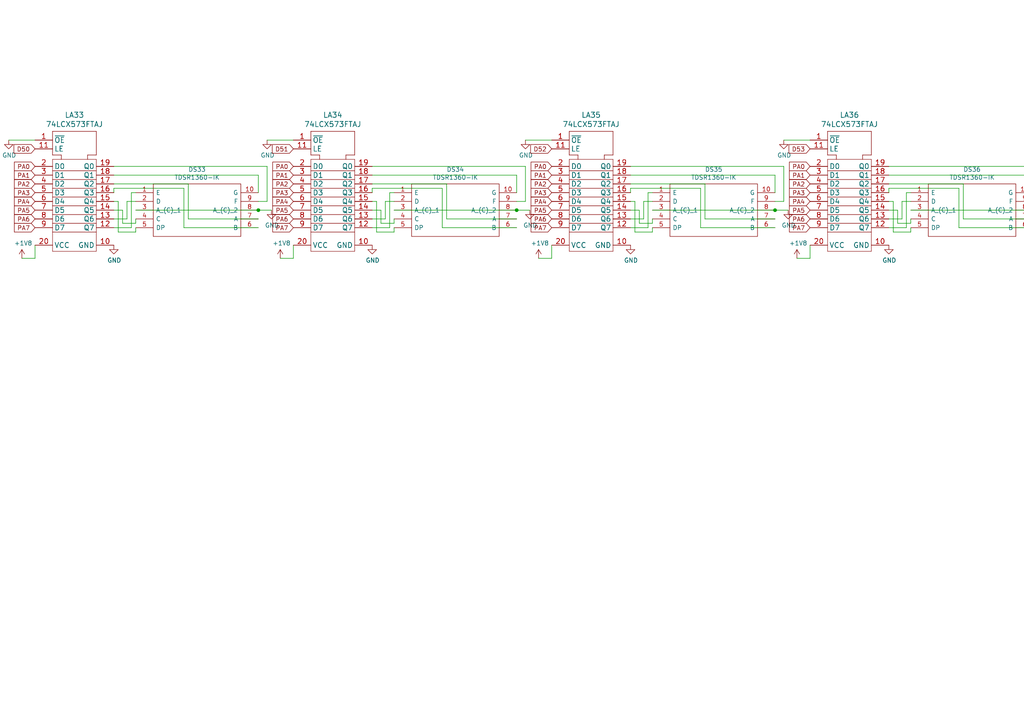
<source format=kicad_sch>
(kicad_sch (version 20211123) (generator eeschema)
  (paper "A4")
  (lib_symbols
    (symbol "ManySegmentDisplay-rescue:74LCX573FTAJ-Toshiba_Semic_Latch"
      (property "Reference" "U" (at 0 5.08 0))
      (property "Value" "74LCX573FTAJ-Toshiba_Semic_Latch" (at 0 7.62 0))
      (symbol "74LCX573FTAJ-Toshiba_Semic_Latch_1_1"
        (polyline (pts (xy -6.35 -30.988) (xy -6.35 -4.318)) (stroke (width 0.127)))
        (polyline (pts (xy -6.35 -25.4) (xy 6.35 -25.4)))
        (polyline (pts (xy -6.35 -22.86) (xy 6.35 -22.86)))
        (polyline (pts (xy -6.35 -20.32) (xy 6.35 -20.32)))
        (polyline (pts (xy -6.35 -17.78) (xy 6.35 -17.78)))
        (polyline (pts (xy -6.35 -15.24) (xy 6.35 -15.24)))
        (polyline (pts (xy -6.35 -12.7) (xy 6.35 -12.7)))
        (polyline (pts (xy -6.35 -10.16) (xy 6.35 -10.16)))
        (polyline (pts (xy -6.35 -7.62) (xy 6.35 -7.62)))
        (polyline (pts (xy -6.35 -4.318) (xy 6.35 -4.318)) (stroke (width 0.127)))
        (polyline (pts (xy -6.35 -3.048) (xy -3.81 -3.048)))
        (polyline (pts (xy -6.35 3.81) (xy -6.35 -3.048)))
        (polyline (pts (xy -6.35 3.81) (xy 6.35 3.81)))
        (polyline (pts (xy -3.81 -3.048) (xy -3.81 -4.318)))
        (polyline (pts (xy 3.81 -3.048) (xy 3.81 -4.318)))
        (polyline (pts (xy 6.35 -30.988) (xy -6.35 -30.988)) (stroke (width 0.127)))
        (polyline (pts (xy 6.35 -4.318) (xy 6.35 -30.988)) (stroke (width 0.127)))
        (polyline (pts (xy 6.35 -3.048) (xy 3.81 -3.048)))
        (polyline (pts (xy 6.35 3.81) (xy 6.35 -3.048)))
        (pin unspecified line (at -11.43 1.27 0) (length 5.08) (name "~{OE}") (number "1"))
        (pin unspecified line (at 11.43 -29.21 180) (length 5.08) (name "GND") (number "10"))
        (pin unspecified line (at -11.43 -1.27 0) (length 5.08) (name "LE") (number "11"))
        (pin unspecified line (at 11.43 -24.13 180) (length 5.08) (name "Q7") (number "12"))
        (pin unspecified line (at 11.43 -21.59 180) (length 5.08) (name "Q6") (number "13"))
        (pin unspecified line (at 11.43 -19.05 180) (length 5.08) (name "Q5") (number "14"))
        (pin unspecified line (at 11.43 -16.51 180) (length 5.08) (name "Q4") (number "15"))
        (pin unspecified line (at 11.43 -13.97 180) (length 5.08) (name "Q3") (number "16"))
        (pin unspecified line (at 11.43 -11.43 180) (length 5.08) (name "Q2") (number "17"))
        (pin unspecified line (at 11.43 -8.89 180) (length 5.08) (name "Q1") (number "18"))
        (pin unspecified line (at 11.43 -6.35 180) (length 5.08) (name "Q0") (number "19"))
        (pin unspecified line (at -11.43 -6.35 0) (length 5.08) (name "D0") (number "2"))
        (pin unspecified line (at -11.43 -29.21 0) (length 5.08) (name "VCC") (number "20"))
        (pin unspecified line (at -11.43 -8.89 0) (length 5.08) (name "D1") (number "3"))
        (pin unspecified line (at -11.43 -11.43 0) (length 5.08) (name "D2") (number "4"))
        (pin unspecified line (at -11.43 -13.97 0) (length 5.08) (name "D3") (number "5"))
        (pin unspecified line (at -11.43 -16.51 0) (length 5.08) (name "D4") (number "6"))
        (pin unspecified line (at -11.43 -19.05 0) (length 5.08) (name "D5") (number "7"))
        (pin unspecified line (at -11.43 -21.59 0) (length 5.08) (name "D6") (number "8"))
        (pin unspecified line (at -11.43 -24.13 0) (length 5.08) (name "D7") (number "9"))
      )
    )
    (symbol "ManySegmentDisplay-rescue:TDSR1360-IK-Samac_Sys_Parts" (pin_names (offset 0.762))
      (property "Reference" "DS" (at 31.75 7.62 0))
      (property "Value" "TDSR1360-IK-Samac_Sys_Parts" (at 31.75 5.08 0))
      (symbol "TDSR1360-IK-Samac_Sys_Parts_0_0"
        (pin passive line (at 0 0 0) (length 5.08) (name "E") (number "1"))
        (pin passive line (at 35.56 0 180) (length 5.08) (name "G") (number "10"))
        (pin passive line (at 0 -2.54 0) (length 5.08) (name "D") (number "2"))
        (pin passive line (at 0 -5.08 0) (length 5.08) (name "A_(C)_1") (number "3"))
        (pin passive line (at 0 -7.62 0) (length 5.08) (name "C") (number "4"))
        (pin passive line (at 0 -10.16 0) (length 5.08) (name "DP") (number "5"))
        (pin passive line (at 35.56 -10.16 180) (length 5.08) (name "B") (number "6"))
        (pin passive line (at 35.56 -7.62 180) (length 5.08) (name "A") (number "7"))
        (pin passive line (at 35.56 -5.08 180) (length 5.08) (name "A_(C)_2") (number "8"))
        (pin passive line (at 35.56 -2.54 180) (length 5.08) (name "F") (number "9"))
      )
      (symbol "TDSR1360-IK-Samac_Sys_Parts_0_1"
        (polyline (pts (xy 5.08 2.54) (xy 30.48 2.54) (xy 30.48 -12.7) (xy 5.08 -12.7) (xy 5.08 2.54)) (stroke (width 0.1524)))
      )
    )
    (symbol "power:+1V8" (power) (pin_names (offset 0))
      (property "Value" "+1V8" (at 0 3.556 0))
      (symbol "+1V8_0_1"
        (polyline (pts (xy -0.762 1.27) (xy 0 2.54)))
        (polyline (pts (xy 0 0) (xy 0 2.54)))
        (polyline (pts (xy 0 2.54) (xy 0.762 1.27)))
      )
      (symbol "+1V8_1_1"
        (pin power_in line (at 0 0 90) (length 0) hide (name "+1V8") (number "1"))
      )
    )
    (symbol "power:GND" (power) (pin_names (offset 0))
      (property "Value" "GND" (at 0 -3.81 0))
      (symbol "GND_0_1"
        (polyline (pts (xy 0 0) (xy 0 -1.27) (xy 1.27 -1.27) (xy 0 -2.54) (xy -1.27 -1.27) (xy 0 -1.27)))
      )
      (symbol "GND_1_1"
        (pin power_in line (at 0 0 270) (length 0) hide (name "GND") (number "1"))
      )
    )
  )
  (junction (at 74.93 60.96))
  (junction (at 149.86 60.96))
  (junction (at 224.79 60.96))
  (junction (at 299.72 60.96))
  (wire (pts (xy 182.88 66.04) (xy 187.96 66.04)))
  (wire (pts (xy 264.16 67.31) (xy 264.16 66.04)))
  (wire (pts (xy 261.62 58.42) (xy 264.16 58.42)))
  (wire (pts (xy 107.95 48.26) (xy 152.4 48.26)))
  (wire (pts (xy 260.35 60.96) (xy 260.35 64.77)))
  (wire (pts (xy 182.88 53.34) (xy 204.47 53.34)))
  (wire (pts (xy 187.96 55.88) (xy 189.23 55.88)))
  (wire (pts (xy 204.47 53.34) (xy 204.47 63.5)))
  (wire (pts (xy 227.33 40.64) (xy 234.95 40.64)))
  (wire (pts (xy 109.22 67.31) (xy 114.3 67.31)))
  (wire (pts (xy 53.34 54.61) (xy 53.34 66.04)))
  (wire (pts (xy 149.86 50.8) (xy 107.95 50.8)))
  (wire (pts (xy 279.4 53.34) (xy 279.4 63.5)))
  (wire (pts (xy 114.3 60.96) (xy 149.86 60.96)))
  (wire (pts (xy 113.03 66.04) (xy 113.03 55.88)))
  (wire (pts (xy 204.47 63.5) (xy 224.79 63.5)))
  (wire (pts (xy 299.72 50.8) (xy 257.81 50.8)))
  (wire (pts (xy 257.81 53.34) (xy 279.4 53.34)))
  (wire (pts (xy 33.02 58.42) (xy 34.29 58.42)))
  (wire (pts (xy 107.95 53.34) (xy 129.54 53.34)))
  (wire (pts (xy 113.03 55.88) (xy 114.3 55.88)))
  (wire (pts (xy 129.54 63.5) (xy 149.86 63.5)))
  (wire (pts (xy 39.37 60.96) (xy 74.93 60.96)))
  (wire (pts (xy 203.2 54.61) (xy 203.2 66.04)))
  (wire (pts (xy 107.95 54.61) (xy 128.27 54.61)))
  (wire (pts (xy 77.47 48.26) (xy 77.47 58.42)))
  (wire (pts (xy 182.88 54.61) (xy 203.2 54.61)))
  (wire (pts (xy 114.3 64.77) (xy 114.3 63.5)))
  (wire (pts (xy 77.47 40.64) (xy 85.09 40.64)))
  (wire (pts (xy 189.23 64.77) (xy 189.23 63.5)))
  (wire (pts (xy 33.02 54.61) (xy 53.34 54.61)))
  (wire (pts (xy 33.02 66.04) (xy 38.1 66.04)))
  (wire (pts (xy 10.16 74.93) (xy 10.16 71.12)))
  (wire (pts (xy 35.56 60.96) (xy 35.56 64.77)))
  (wire (pts (xy 224.79 55.88) (xy 224.79 50.8)))
  (wire (pts (xy 182.88 60.96) (xy 185.42 60.96)))
  (wire (pts (xy 257.81 63.5) (xy 261.62 63.5)))
  (wire (pts (xy 149.86 60.96) (xy 153.67 60.96)))
  (wire (pts (xy 39.37 64.77) (xy 39.37 63.5)))
  (wire (pts (xy 74.93 55.88) (xy 74.93 50.8)))
  (wire (pts (xy 189.23 67.31) (xy 189.23 66.04)))
  (wire (pts (xy 182.88 48.26) (xy 227.33 48.26)))
  (wire (pts (xy 184.15 58.42) (xy 184.15 67.31)))
  (wire (pts (xy 38.1 66.04) (xy 38.1 55.88)))
  (wire (pts (xy 203.2 66.04) (xy 224.79 66.04)))
  (wire (pts (xy 36.83 63.5) (xy 36.83 58.42)))
  (wire (pts (xy 107.95 63.5) (xy 111.76 63.5)))
  (wire (pts (xy 299.72 60.96) (xy 303.53 60.96)))
  (wire (pts (xy 262.89 66.04) (xy 262.89 55.88)))
  (wire (pts (xy 107.95 55.88) (xy 107.95 54.61)))
  (wire (pts (xy 54.61 63.5) (xy 74.93 63.5)))
  (wire (pts (xy 85.09 74.93) (xy 85.09 71.12)))
  (wire (pts (xy 33.02 60.96) (xy 35.56 60.96)))
  (wire (pts (xy 38.1 55.88) (xy 39.37 55.88)))
  (wire (pts (xy 53.34 66.04) (xy 74.93 66.04)))
  (wire (pts (xy 2.54 40.64) (xy 10.16 40.64)))
  (wire (pts (xy 224.79 60.96) (xy 228.6 60.96)))
  (wire (pts (xy 128.27 54.61) (xy 128.27 66.04)))
  (wire (pts (xy 152.4 48.26) (xy 152.4 58.42)))
  (wire (pts (xy 302.26 58.42) (xy 299.72 58.42)))
  (wire (pts (xy 264.16 64.77) (xy 264.16 63.5)))
  (wire (pts (xy 33.02 63.5) (xy 36.83 63.5)))
  (wire (pts (xy 260.35 64.77) (xy 264.16 64.77)))
  (wire (pts (xy 33.02 55.88) (xy 33.02 54.61)))
  (wire (pts (xy 74.93 50.8) (xy 33.02 50.8)))
  (wire (pts (xy 182.88 63.5) (xy 186.69 63.5)))
  (wire (pts (xy 257.81 48.26) (xy 302.26 48.26)))
  (wire (pts (xy 262.89 55.88) (xy 264.16 55.88)))
  (wire (pts (xy 257.81 60.96) (xy 260.35 60.96)))
  (wire (pts (xy 160.02 74.93) (xy 160.02 71.12)))
  (wire (pts (xy 110.49 64.77) (xy 114.3 64.77)))
  (wire (pts (xy 34.29 67.31) (xy 39.37 67.31)))
  (wire (pts (xy 107.95 58.42) (xy 109.22 58.42)))
  (wire (pts (xy 257.81 55.88) (xy 257.81 54.61)))
  (wire (pts (xy 185.42 64.77) (xy 189.23 64.77)))
  (wire (pts (xy 110.49 60.96) (xy 110.49 64.77)))
  (wire (pts (xy 6.35 74.93) (xy 10.16 74.93)))
  (wire (pts (xy 107.95 60.96) (xy 110.49 60.96)))
  (wire (pts (xy 109.22 58.42) (xy 109.22 67.31)))
  (wire (pts (xy 259.08 67.31) (xy 264.16 67.31)))
  (wire (pts (xy 182.88 55.88) (xy 182.88 54.61)))
  (wire (pts (xy 186.69 63.5) (xy 186.69 58.42)))
  (wire (pts (xy 36.83 58.42) (xy 39.37 58.42)))
  (wire (pts (xy 227.33 48.26) (xy 227.33 58.42)))
  (wire (pts (xy 81.28 74.93) (xy 85.09 74.93)))
  (wire (pts (xy 278.13 54.61) (xy 278.13 66.04)))
  (wire (pts (xy 186.69 58.42) (xy 189.23 58.42)))
  (wire (pts (xy 257.81 66.04) (xy 262.89 66.04)))
  (wire (pts (xy 107.95 66.04) (xy 113.03 66.04)))
  (wire (pts (xy 278.13 66.04) (xy 299.72 66.04)))
  (wire (pts (xy 77.47 58.42) (xy 74.93 58.42)))
  (wire (pts (xy 259.08 58.42) (xy 259.08 67.31)))
  (wire (pts (xy 129.54 53.34) (xy 129.54 63.5)))
  (wire (pts (xy 184.15 67.31) (xy 189.23 67.31)))
  (wire (pts (xy 156.21 74.93) (xy 160.02 74.93)))
  (wire (pts (xy 111.76 58.42) (xy 114.3 58.42)))
  (wire (pts (xy 257.81 54.61) (xy 278.13 54.61)))
  (wire (pts (xy 152.4 40.64) (xy 160.02 40.64)))
  (wire (pts (xy 257.81 58.42) (xy 259.08 58.42)))
  (wire (pts (xy 54.61 53.34) (xy 54.61 63.5)))
  (wire (pts (xy 302.26 48.26) (xy 302.26 58.42)))
  (wire (pts (xy 34.29 58.42) (xy 34.29 67.31)))
  (wire (pts (xy 152.4 58.42) (xy 149.86 58.42)))
  (wire (pts (xy 111.76 63.5) (xy 111.76 58.42)))
  (wire (pts (xy 182.88 58.42) (xy 184.15 58.42)))
  (wire (pts (xy 279.4 63.5) (xy 299.72 63.5)))
  (wire (pts (xy 185.42 60.96) (xy 185.42 64.77)))
  (wire (pts (xy 227.33 58.42) (xy 224.79 58.42)))
  (wire (pts (xy 261.62 63.5) (xy 261.62 58.42)))
  (wire (pts (xy 128.27 66.04) (xy 149.86 66.04)))
  (wire (pts (xy 33.02 48.26) (xy 77.47 48.26)))
  (wire (pts (xy 33.02 53.34) (xy 54.61 53.34)))
  (wire (pts (xy 187.96 66.04) (xy 187.96 55.88)))
  (wire (pts (xy 114.3 67.31) (xy 114.3 66.04)))
  (wire (pts (xy 264.16 60.96) (xy 299.72 60.96)))
  (wire (pts (xy 231.14 74.93) (xy 234.95 74.93)))
  (wire (pts (xy 39.37 67.31) (xy 39.37 66.04)))
  (wire (pts (xy 74.93 60.96) (xy 78.74 60.96)))
  (wire (pts (xy 299.72 55.88) (xy 299.72 50.8)))
  (wire (pts (xy 35.56 64.77) (xy 39.37 64.77)))
  (wire (pts (xy 224.79 50.8) (xy 182.88 50.8)))
  (wire (pts (xy 149.86 55.88) (xy 149.86 50.8)))
  (wire (pts (xy 234.95 74.93) (xy 234.95 71.12)))
  (wire (pts (xy 189.23 60.96) (xy 224.79 60.96)))
  (global_label "PA6" (shape input) (at 160.02 63.5 180) (property "Intersheet References" "${INTERSHEET_REFS}" (effects hide)))
  (global_label "D52" (shape input) (at 160.02 43.18 180) (property "Intersheet References" "${INTERSHEET_REFS}" (effects hide)))
  (global_label "PA7" (shape input) (at 10.16 66.04 180) (property "Intersheet References" "${INTERSHEET_REFS}" (effects hide)))
  (global_label "PA3" (shape input) (at 10.16 55.88 180) (property "Intersheet References" "${INTERSHEET_REFS}" (effects hide)))
  (global_label "PA5" (shape input) (at 160.02 60.96 180) (property "Intersheet References" "${INTERSHEET_REFS}" (effects hide)))
  (global_label "PA6" (shape input) (at 10.16 63.5 180) (property "Intersheet References" "${INTERSHEET_REFS}" (effects hide)))
  (global_label "PA7" (shape input) (at 85.09 66.04 180) (property "Intersheet References" "${INTERSHEET_REFS}" (effects hide)))
  (global_label "PA2" (shape input) (at 10.16 53.34 180) (property "Intersheet References" "${INTERSHEET_REFS}" (effects hide)))
  (global_label "PA5" (shape input) (at 10.16 60.96 180) (property "Intersheet References" "${INTERSHEET_REFS}" (effects hide)))
  (global_label "PA5" (shape input) (at 234.95 60.96 180) (property "Intersheet References" "${INTERSHEET_REFS}" (effects hide)))
  (global_label "D51" (shape input) (at 85.09 43.18 180) (property "Intersheet References" "${INTERSHEET_REFS}" (effects hide)))
  (global_label "PA4" (shape input) (at 160.02 58.42 180) (property "Intersheet References" "${INTERSHEET_REFS}" (effects hide)))
  (global_label "PA3" (shape input) (at 234.95 55.88 180) (property "Intersheet References" "${INTERSHEET_REFS}" (effects hide)))
  (global_label "PA7" (shape input) (at 160.02 66.04 180) (property "Intersheet References" "${INTERSHEET_REFS}" (effects hide)))
  (global_label "PA0" (shape input) (at 234.95 48.26 180) (property "Intersheet References" "${INTERSHEET_REFS}" (effects hide)))
  (global_label "PA1" (shape input) (at 85.09 50.8 180) (property "Intersheet References" "${INTERSHEET_REFS}" (effects hide)))
  (global_label "PA1" (shape input) (at 160.02 50.8 180) (property "Intersheet References" "${INTERSHEET_REFS}" (effects hide)))
  (global_label "PA4" (shape input) (at 234.95 58.42 180) (property "Intersheet References" "${INTERSHEET_REFS}" (effects hide)))
  (global_label "PA1" (shape input) (at 10.16 50.8 180) (property "Intersheet References" "${INTERSHEET_REFS}" (effects hide)))
  (global_label "PA2" (shape input) (at 160.02 53.34 180) (property "Intersheet References" "${INTERSHEET_REFS}" (effects hide)))
  (global_label "PA4" (shape input) (at 10.16 58.42 180) (property "Intersheet References" "${INTERSHEET_REFS}" (effects hide)))
  (global_label "PA3" (shape input) (at 85.09 55.88 180) (property "Intersheet References" "${INTERSHEET_REFS}" (effects hide)))
  (global_label "PA6" (shape input) (at 234.95 63.5 180) (property "Intersheet References" "${INTERSHEET_REFS}" (effects hide)))
  (global_label "PA3" (shape input) (at 160.02 55.88 180) (property "Intersheet References" "${INTERSHEET_REFS}" (effects hide)))
  (global_label "PA2" (shape input) (at 85.09 53.34 180) (property "Intersheet References" "${INTERSHEET_REFS}" (effects hide)))
  (global_label "D53" (shape input) (at 234.95 43.18 180) (property "Intersheet References" "${INTERSHEET_REFS}" (effects hide)))
  (global_label "PA5" (shape input) (at 85.09 60.96 180) (property "Intersheet References" "${INTERSHEET_REFS}" (effects hide)))
  (global_label "PA7" (shape input) (at 234.95 66.04 180) (property "Intersheet References" "${INTERSHEET_REFS}" (effects hide)))
  (global_label "PA0" (shape input) (at 85.09 48.26 180) (property "Intersheet References" "${INTERSHEET_REFS}" (effects hide)))
  (global_label "PA6" (shape input) (at 85.09 63.5 180) (property "Intersheet References" "${INTERSHEET_REFS}" (effects hide)))
  (global_label "D50" (shape input) (at 10.16 43.18 180) (property "Intersheet References" "${INTERSHEET_REFS}" (effects hide)))
  (global_label "PA1" (shape input) (at 234.95 50.8 180) (property "Intersheet References" "${INTERSHEET_REFS}" (effects hide)))
  (global_label "PA4" (shape input) (at 85.09 58.42 180) (property "Intersheet References" "${INTERSHEET_REFS}" (effects hide)))
  (global_label "PA0" (shape input) (at 160.02 48.26 180) (property "Intersheet References" "${INTERSHEET_REFS}" (effects hide)))
  (global_label "PA0" (shape input) (at 10.16 48.26 180) (property "Intersheet References" "${INTERSHEET_REFS}" (effects hide)))
  (global_label "PA2" (shape input) (at 234.95 53.34 180) (property "Intersheet References" "${INTERSHEET_REFS}" (effects hide)))
  (symbol (lib_id "ManySegmentDisplay-rescue:TDSR1360-IK-Samac_Sys_Parts") (at 189.23 55.88 0) (unit 1)
    (property "Reference" "DS35" (at 207.01 49.149 0))
    (property "Value" "TDSR1360-IK" (at 207.01 51.4604 0))
    (property "Footprint" "Samac_Sys_Parts:TDSR1360IK" (effects hide))
    (property "Datasheet" "https://componentsearchengine.com/Datasheets/1/TDSR1360-IK.pdf" (effects hide))
    (property "Description" "Displays Module 1DIGIT 8LED Red CC 10-Pin DIP Module Tube" (effects hide))
    (property "Height" "7.1" (effects hide))
    (property "Mouser Part Number" "78-TDSR1360-IK" (effects hide))
    (property "Mouser Price/Stock" "https://www.mouser.co.uk/ProductDetail/Vishay-Semiconductors/TDSR1360-IK?qs=5csRq1wdUj5b9hoSL0MeOw%3D%3D" (effects hide))
    (property "Manufacturer_Name" "Vishay" (effects hide))
    (property "Manufacturer_Part_Number" "TDSR1360-IK" (effects hide))
  )
  (symbol (lib_id "power:GND") (at 153.67 60.96 0) (unit 1)
    (property "Reference" "#PWR0161" (effects hide))
    (property "Value" "GND" (at 153.797 65.3542 0))
  )
  (symbol (lib_id "power:GND") (at 182.88 71.12 0) (unit 1)
    (property "Reference" "#PWR0168" (effects hide))
    (property "Value" "GND" (at 183.007 75.5142 0))
  )
  (symbol (lib_id "power:GND") (at 227.33 40.64 0) (unit 1)
    (property "Reference" "#PWR0159" (effects hide))
    (property "Value" "GND" (at 227.457 45.0342 0))
  )
  (symbol (lib_id "power:+1V8") (at 231.14 74.93 0) (unit 1)
    (property "Reference" "#PWR0173" (effects hide))
    (property "Value" "+1V8" (at 231.521 70.5358 0))
  )
  (symbol (lib_id "power:GND") (at 228.6 60.96 0) (unit 1)
    (property "Reference" "#PWR0162" (effects hide))
    (property "Value" "GND" (at 228.727 65.3542 0))
  )
  (symbol (lib_id "ManySegmentDisplay-rescue:TDSR1360-IK-Samac_Sys_Parts") (at 39.37 55.88 0) (unit 1)
    (property "Reference" "DS33" (at 57.15 49.149 0))
    (property "Value" "TDSR1360-IK" (at 57.15 51.4604 0))
    (property "Footprint" "Samac_Sys_Parts:TDSR1360IK" (effects hide))
    (property "Datasheet" "https://componentsearchengine.com/Datasheets/1/TDSR1360-IK.pdf" (effects hide))
    (property "Description" "Displays Module 1DIGIT 8LED Red CC 10-Pin DIP Module Tube" (effects hide))
    (property "Height" "7.1" (effects hide))
    (property "Mouser Part Number" "78-TDSR1360-IK" (effects hide))
    (property "Mouser Price/Stock" "https://www.mouser.co.uk/ProductDetail/Vishay-Semiconductors/TDSR1360-IK?qs=5csRq1wdUj5b9hoSL0MeOw%3D%3D" (effects hide))
    (property "Manufacturer_Name" "Vishay" (effects hide))
    (property "Manufacturer_Part_Number" "TDSR1360-IK" (effects hide))
  )
  (symbol (lib_id "power:+1V8") (at 81.28 74.93 0) (unit 1)
    (property "Reference" "#PWR0171" (effects hide))
    (property "Value" "+1V8" (at 81.661 70.5358 0))
  )
  (symbol (lib_id "ManySegmentDisplay-rescue:TDSR1360-IK-Samac_Sys_Parts") (at 114.3 55.88 0) (unit 1)
    (property "Reference" "DS34" (at 132.08 49.149 0))
    (property "Value" "TDSR1360-IK" (at 132.08 51.4604 0))
    (property "Footprint" "Samac_Sys_Parts:TDSR1360IK" (effects hide))
    (property "Datasheet" "https://componentsearchengine.com/Datasheets/1/TDSR1360-IK.pdf" (effects hide))
    (property "Description" "Displays Module 1DIGIT 8LED Red CC 10-Pin DIP Module Tube" (effects hide))
    (property "Height" "7.1" (effects hide))
    (property "Mouser Part Number" "78-TDSR1360-IK" (effects hide))
    (property "Mouser Price/Stock" "https://www.mouser.co.uk/ProductDetail/Vishay-Semiconductors/TDSR1360-IK?qs=5csRq1wdUj5b9hoSL0MeOw%3D%3D" (effects hide))
    (property "Manufacturer_Name" "Vishay" (effects hide))
    (property "Manufacturer_Part_Number" "TDSR1360-IK" (effects hide))
  )
  (symbol (lib_id "ManySegmentDisplay-rescue:74LCX573FTAJ-Toshiba_Semic_Latch") (at 96.52 41.91 0) (unit 1)
    (property "Reference" "LA34" (at 96.52 33.3502 0) (effects (font (size 1.524 1.524))))
    (property "Value" "74LCX573FTAJ" (at 96.52 36.0426 0) (effects (font (size 1.524 1.524))))
    (property "Footprint" "Toshiba_Semic_Latch:74LCX573FTAJ" (effects hide))
  )
  (symbol (lib_id "power:GND") (at 77.47 40.64 0) (unit 1)
    (property "Reference" "#PWR0157" (effects hide))
    (property "Value" "GND" (at 77.597 45.0342 0))
  )
  (symbol (lib_id "ManySegmentDisplay-rescue:TDSR1360-IK-Samac_Sys_Parts") (at 264.16 55.88 0) (unit 1)
    (property "Reference" "DS36" (at 281.94 49.149 0))
    (property "Value" "TDSR1360-IK" (at 281.94 51.4604 0))
    (property "Footprint" "Samac_Sys_Parts:TDSR1360IK" (effects hide))
    (property "Datasheet" "https://componentsearchengine.com/Datasheets/1/TDSR1360-IK.pdf" (effects hide))
    (property "Description" "Displays Module 1DIGIT 8LED Red CC 10-Pin DIP Module Tube" (effects hide))
    (property "Height" "7.1" (effects hide))
    (property "Mouser Part Number" "78-TDSR1360-IK" (effects hide))
    (property "Mouser Price/Stock" "https://www.mouser.co.uk/ProductDetail/Vishay-Semiconductors/TDSR1360-IK?qs=5csRq1wdUj5b9hoSL0MeOw%3D%3D" (effects hide))
    (property "Manufacturer_Name" "Vishay" (effects hide))
    (property "Manufacturer_Part_Number" "TDSR1360-IK" (effects hide))
  )
  (symbol (lib_id "power:GND") (at 257.81 71.12 0) (unit 1)
    (property "Reference" "#PWR0169" (effects hide))
    (property "Value" "GND" (at 257.937 75.5142 0))
  )
  (symbol (lib_id "power:GND") (at 152.4 40.64 0) (unit 1)
    (property "Reference" "#PWR0158" (effects hide))
    (property "Value" "GND" (at 152.527 45.0342 0))
  )
  (symbol (lib_id "ManySegmentDisplay-rescue:74LCX573FTAJ-Toshiba_Semic_Latch") (at 171.45 41.91 0) (unit 1)
    (property "Reference" "LA35" (at 171.45 33.3502 0) (effects (font (size 1.524 1.524))))
    (property "Value" "74LCX573FTAJ" (at 171.45 36.0426 0) (effects (font (size 1.524 1.524))))
    (property "Footprint" "Toshiba_Semic_Latch:74LCX573FTAJ" (effects hide))
  )
  (symbol (lib_id "power:GND") (at 78.74 60.96 0) (unit 1)
    (property "Reference" "#PWR0160" (effects hide))
    (property "Value" "GND" (at 78.867 65.3542 0))
  )
  (symbol (lib_id "power:GND") (at 303.53 60.96 0) (unit 1)
    (property "Reference" "#PWR0163" (effects hide))
    (property "Value" "GND" (at 303.657 65.3542 0))
  )
  (symbol (lib_id "ManySegmentDisplay-rescue:74LCX573FTAJ-Toshiba_Semic_Latch") (at 246.38 41.91 0) (unit 1)
    (property "Reference" "LA36" (at 246.38 33.3502 0) (effects (font (size 1.524 1.524))))
    (property "Value" "74LCX573FTAJ" (at 246.38 36.0426 0) (effects (font (size 1.524 1.524))))
    (property "Footprint" "Toshiba_Semic_Latch:74LCX573FTAJ" (effects hide))
  )
  (symbol (lib_id "ManySegmentDisplay-rescue:74LCX573FTAJ-Toshiba_Semic_Latch") (at 21.59 41.91 0) (unit 1)
    (property "Reference" "LA33" (at 21.59 33.3502 0) (effects (font (size 1.524 1.524))))
    (property "Value" "74LCX573FTAJ" (at 21.59 36.0426 0) (effects (font (size 1.524 1.524))))
    (property "Footprint" "Toshiba_Semic_Latch:74LCX573FTAJ" (effects hide))
  )
  (symbol (lib_id "power:GND") (at 2.54 40.64 0) (unit 1)
    (property "Reference" "#PWR0154" (effects hide))
    (property "Value" "GND" (at 2.667 45.0342 0))
  )
  (symbol (lib_id "power:GND") (at 107.95 71.12 0) (unit 1)
    (property "Reference" "#PWR0165" (effects hide))
    (property "Value" "GND" (at 108.077 75.5142 0))
  )
  (symbol (lib_id "power:+1V8") (at 6.35 74.93 0) (unit 1)
    (property "Reference" "#PWR0170" (effects hide))
    (property "Value" "+1V8" (at 6.731 70.5358 0))
  )
  (symbol (lib_id "power:+1V8") (at 156.21 74.93 0) (unit 1)
    (property "Reference" "#PWR0172" (effects hide))
    (property "Value" "+1V8" (at 156.591 70.5358 0))
  )
  (symbol (lib_id "power:GND") (at 33.02 71.12 0) (unit 1)
    (property "Reference" "#PWR0164" (effects hide))
    (property "Value" "GND" (at 33.147 75.5142 0))
  )
)
</source>
